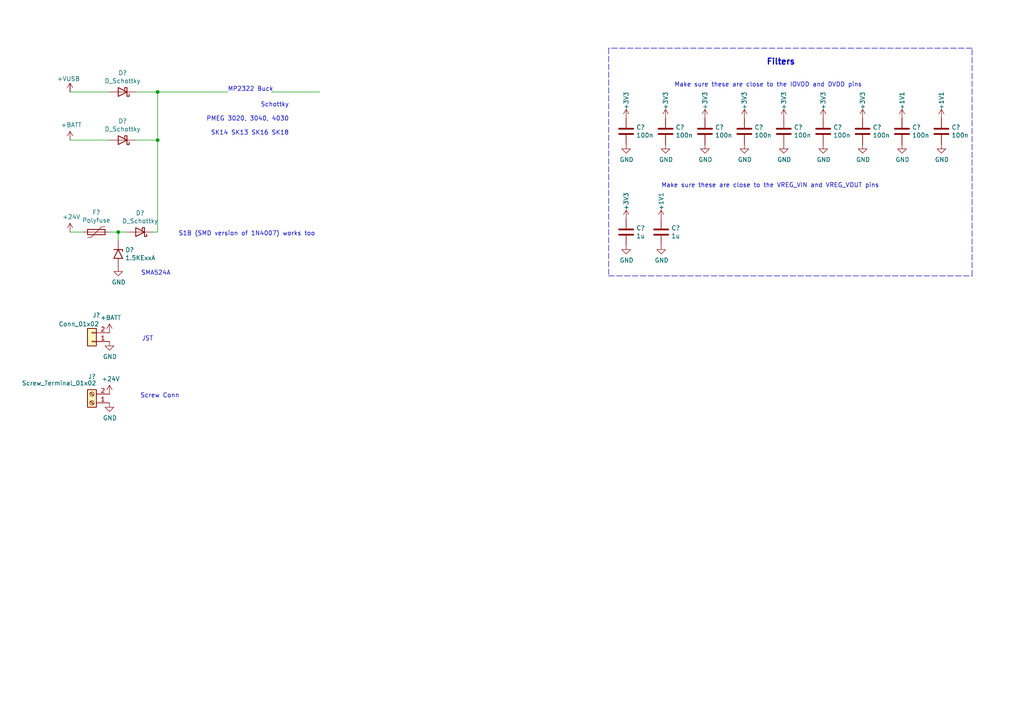
<source format=kicad_sch>
(kicad_sch (version 20211123) (generator eeschema)
  (paper "A4")
  (lib_symbols
    (symbol "AA_PPSE_2021:+VUSB" (power) (pin_numbers hide) (pin_names (offset 0))
      (property "Reference" "V" (at 3.81 1.27 0))
      (property "Value" "+VUSB" (at 0 2.54 0))
      (symbol "+VUSB_1_1"
        (polyline (pts (xy -0.762 0) (xy 0 1.27)))
        (polyline (pts (xy 0 -1.27) (xy 0 1.27)))
        (polyline (pts (xy 0 1.27) (xy 0.762 0)))
        (pin input line (at 0 -1.27 90) (length 2.54) (name "~") (number "~"))
      )
    )
    (symbol "Connector:Screw_Terminal_01x02" (pin_names (offset 1.016) hide)
      (property "Reference" "J" (at 0 2.54 0))
      (property "Value" "Screw_Terminal_01x02" (at 0 -5.08 0))
      (symbol "Screw_Terminal_01x02_1_1"
        (rectangle (start -1.27 1.27) (end 1.27 -3.81) (stroke (width 0.254)) (fill (type background)))
        (circle (center 0 -2.54) (radius 0.635) (stroke (width 0.1524)))
        (polyline (pts (xy -0.5334 -2.2098) (xy 0.3302 -3.048)) (stroke (width 0.1524)))
        (polyline (pts (xy -0.5334 0.3302) (xy 0.3302 -0.508)) (stroke (width 0.1524)))
        (polyline (pts (xy -0.3556 -2.032) (xy 0.508 -2.8702)) (stroke (width 0.1524)))
        (polyline (pts (xy -0.3556 0.508) (xy 0.508 -0.3302)) (stroke (width 0.1524)))
        (circle (center 0 0) (radius 0.635) (stroke (width 0.1524)))
        (pin passive line (at -5.08 0 0) (length 3.81) (name "Pin_1") (number "1"))
        (pin passive line (at -5.08 -2.54 0) (length 3.81) (name "Pin_2") (number "2"))
      )
    )
    (symbol "Connector_Generic:Conn_01x02" (pin_names (offset 1.016) hide)
      (property "Reference" "J" (at 0 2.54 0))
      (property "Value" "Conn_01x02" (at 0 -5.08 0))
      (symbol "Conn_01x02_1_1"
        (rectangle (start -1.27 -2.413) (end 0 -2.667) (stroke (width 0.1524)))
        (rectangle (start -1.27 0.127) (end 0 -0.127) (stroke (width 0.1524)))
        (rectangle (start -1.27 1.27) (end 1.27 -3.81) (stroke (width 0.254)) (fill (type background)))
        (pin passive line (at -5.08 0 0) (length 3.81) (name "Pin_1") (number "1"))
        (pin passive line (at -5.08 -2.54 0) (length 3.81) (name "Pin_2") (number "2"))
      )
    )
    (symbol "Device:C" (pin_numbers hide) (pin_names (offset 0.254))
      (property "Reference" "C" (at 0.635 2.54 0))
      (property "Value" "C" (at 0.635 -2.54 0))
      (symbol "C_0_1"
        (polyline (pts (xy -2.032 -0.762) (xy 2.032 -0.762)) (stroke (width 0.508)))
        (polyline (pts (xy -2.032 0.762) (xy 2.032 0.762)) (stroke (width 0.508)))
      )
      (symbol "C_1_1"
        (pin passive line (at 0 3.81 270) (length 2.794) (name "~") (number "1"))
        (pin passive line (at 0 -3.81 90) (length 2.794) (name "~") (number "2"))
      )
    )
    (symbol "Device:D_Schottky" (pin_numbers hide) (pin_names (offset 1.016) hide)
      (property "Reference" "D" (at 0 2.54 0))
      (property "Value" "D_Schottky" (at 0 -2.54 0))
      (symbol "D_Schottky_0_1"
        (polyline (pts (xy 1.27 0) (xy -1.27 0)))
        (polyline (pts (xy 1.27 1.27) (xy 1.27 -1.27) (xy -1.27 0) (xy 1.27 1.27)) (stroke (width 0.254)))
        (polyline (pts (xy -1.905 0.635) (xy -1.905 1.27) (xy -1.27 1.27) (xy -1.27 -1.27) (xy -0.635 -1.27) (xy -0.635 -0.635)) (stroke (width 0.254)))
      )
      (symbol "D_Schottky_1_1"
        (pin passive line (at -3.81 0 0) (length 2.54) (name "K") (number "1"))
        (pin passive line (at 3.81 0 180) (length 2.54) (name "A") (number "2"))
      )
    )
    (symbol "Device:Polyfuse" (pin_numbers hide) (pin_names (offset 0))
      (property "Reference" "F" (at -2.54 0 90))
      (property "Value" "Polyfuse" (at 2.54 0 90))
      (symbol "Polyfuse_0_1"
        (rectangle (start -0.762 2.54) (end 0.762 -2.54) (stroke (width 0.254)))
        (polyline (pts (xy 0 2.54) (xy 0 -2.54)))
        (polyline (pts (xy -1.524 2.54) (xy -1.524 1.524) (xy 1.524 -1.524) (xy 1.524 -2.54)))
      )
      (symbol "Polyfuse_1_1"
        (pin passive line (at 0 3.81 270) (length 1.27) (name "~") (number "1"))
        (pin passive line (at 0 -3.81 90) (length 1.27) (name "~") (number "2"))
      )
    )
    (symbol "Diode:1.5KExxA" (pin_numbers hide) (pin_names (offset 1.016) hide)
      (property "Reference" "D" (at 0 2.54 0))
      (property "Value" "1.5KExxA" (at 0 -2.54 0))
      (symbol "1.5KExxA_0_1"
        (polyline (pts (xy -0.762 1.27) (xy -1.27 1.27) (xy -1.27 -1.27)) (stroke (width 0.254)))
        (polyline (pts (xy 1.27 1.27) (xy 1.27 -1.27) (xy -1.27 0) (xy 1.27 1.27)) (stroke (width 0.254)))
      )
      (symbol "1.5KExxA_1_1"
        (pin passive line (at -3.81 0 0) (length 2.54) (name "A1") (number "1"))
        (pin passive line (at 3.81 0 180) (length 2.54) (name "A2") (number "2"))
      )
    )
    (symbol "power:+1V1" (power) (pin_names (offset 0))
      (property "Value" "+1V1" (at 0 3.556 0))
      (symbol "+1V1_0_1"
        (polyline (pts (xy -0.762 1.27) (xy 0 2.54)))
        (polyline (pts (xy 0 0) (xy 0 2.54)))
        (polyline (pts (xy 0 2.54) (xy 0.762 1.27)))
      )
      (symbol "+1V1_1_1"
        (pin power_in line (at 0 0 90) (length 0) hide (name "+1V1") (number "1"))
      )
    )
    (symbol "power:+24V" (power) (pin_names (offset 0))
      (property "Value" "+24V" (at 0 3.556 0))
      (symbol "+24V_0_1"
        (polyline (pts (xy -0.762 1.27) (xy 0 2.54)))
        (polyline (pts (xy 0 0) (xy 0 2.54)))
        (polyline (pts (xy 0 2.54) (xy 0.762 1.27)))
      )
      (symbol "+24V_1_1"
        (pin power_in line (at 0 0 90) (length 0) hide (name "+24V") (number "1"))
      )
    )
    (symbol "power:+3V3" (power) (pin_names (offset 0))
      (property "Value" "+3V3" (at 0 3.556 0))
      (symbol "+3V3_0_1"
        (polyline (pts (xy -0.762 1.27) (xy 0 2.54)))
        (polyline (pts (xy 0 0) (xy 0 2.54)))
        (polyline (pts (xy 0 2.54) (xy 0.762 1.27)))
      )
      (symbol "+3V3_1_1"
        (pin power_in line (at 0 0 90) (length 0) hide (name "+3V3") (number "1"))
      )
    )
    (symbol "power:+BATT" (power) (pin_names (offset 0))
      (property "Value" "+BATT" (at 0 3.556 0))
      (symbol "+BATT_0_1"
        (polyline (pts (xy -0.762 1.27) (xy 0 2.54)))
        (polyline (pts (xy 0 0) (xy 0 2.54)))
        (polyline (pts (xy 0 2.54) (xy 0.762 1.27)))
      )
      (symbol "+BATT_1_1"
        (pin power_in line (at 0 0 90) (length 0) hide (name "+BATT") (number "1"))
      )
    )
    (symbol "power:GND" (power) (pin_names (offset 0))
      (property "Value" "GND" (at 0 -3.81 0))
      (symbol "GND_0_1"
        (polyline (pts (xy 0 0) (xy 0 -1.27) (xy 1.27 -1.27) (xy 0 -2.54) (xy -1.27 -1.27) (xy 0 -1.27)))
      )
      (symbol "GND_1_1"
        (pin power_in line (at 0 0 270) (length 0) hide (name "GND") (number "1"))
      )
    )
  )
  (junction (at 45.72 26.67))
  (junction (at 34.29 67.31))
  (junction (at 45.72 40.64))
  (wire (pts (xy 45.72 40.64) (xy 45.72 67.31)))
  (polyline (pts (xy 176.53 13.97) (xy 176.53 80.01)))
  (wire (pts (xy 20.32 26.67) (xy 31.75 26.67)))
  (wire (pts (xy 45.72 26.67) (xy 45.72 40.64)))
  (wire (pts (xy 39.37 26.67) (xy 45.72 26.67)))
  (wire (pts (xy 45.72 26.67) (xy 66.04 26.67)))
  (polyline (pts (xy 176.53 80.01) (xy 281.94 80.01)))
  (wire (pts (xy 78.74 26.67) (xy 92.71 26.67)))
  (wire (pts (xy 24.13 67.31) (xy 20.32 67.31)))
  (polyline (pts (xy 281.94 80.01) (xy 281.94 13.97)))
  (wire (pts (xy 36.83 67.31) (xy 34.29 67.31)))
  (wire (pts (xy 45.72 40.64) (xy 39.37 40.64)))
  (wire (pts (xy 45.72 67.31) (xy 44.45 67.31)))
  (wire (pts (xy 34.29 69.85) (xy 34.29 67.31)))
  (polyline (pts (xy 281.94 13.97) (xy 176.53 13.97)))
  (wire (pts (xy 20.32 40.64) (xy 31.75 40.64)))
  (wire (pts (xy 34.29 67.31) (xy 31.75 67.31)))
  (text "Filters" (at 222.25 19.05 0) (effects (font (size 1.7018 1.7018) (thickness 0.3404) bold) (justify left bottom)))
  (text "S1B (SMD version of 1N4007) works too" (at 91.44 68.58 180) (effects (font (size 1.27 1.27)) (justify right bottom)))
  (text "MP2322 Buck" (at 66.04 26.67 0) (effects (font (size 1.27 1.27)) (justify left bottom)))
  (text "Schottky\n\nPMEG 3020, 3040, 4030\n\nSK14 SK13 SK16 SK18" (at 83.82 39.37 0) (effects (font (size 1.27 1.27)) (justify right bottom)))
  (text "Make sure these are close to the VREG_VIN and VREG_VOUT pins" (at 191.77 54.61 0) (effects (font (size 1.27 1.27)) (justify left bottom)))
  (text "SMA524A" (at 49.53 80.01 180) (effects (font (size 1.27 1.27)) (justify right bottom)))
  (text "Screw Conn" (at 52.07 115.57 180) (effects (font (size 1.27 1.27)) (justify right bottom)))
  (text "JST" (at 44.45 99.06 180) (effects (font (size 1.27 1.27)) (justify right bottom)))
  (text "Make sure these are close to the IOVDD and DVDD pins" (at 195.58 25.4 0) (effects (font (size 1.27 1.27)) (justify left bottom)))
  (symbol (lib_id "Device:C") (at 215.9 38.1 0)
    (property "Reference" "C?" (at 218.821 36.9316 0) (effects (justify left)))
    (property "Value" "100n" (at 218.821 39.243 0) (effects (justify left)))
    (property "Footprint" "Capacitor_SMD:C_0603_1608Metric" (effects hide))
  )
  (symbol (lib_id "power:GND") (at 215.9 41.91 0)
    (property "Reference" "#PWR?" (effects hide))
    (property "Value" "GND" (at 216.027 46.3042 0))
  )
  (symbol (lib_id "power:+3V3") (at 215.9 34.29 0)
    (property "Reference" "#PWR?" (effects hide))
    (property "Value" "+3V3" (at 215.9 29.21 90))
  )
  (symbol (lib_id "Device:C") (at 227.33 38.1 0)
    (property "Reference" "C?" (at 230.251 36.9316 0) (effects (justify left)))
    (property "Value" "100n" (at 230.251 39.243 0) (effects (justify left)))
    (property "Footprint" "Capacitor_SMD:C_0603_1608Metric" (effects hide))
  )
  (symbol (lib_id "power:GND") (at 227.33 41.91 0)
    (property "Reference" "#PWR?" (effects hide))
    (property "Value" "GND" (at 227.457 46.3042 0))
  )
  (symbol (lib_id "power:+3V3") (at 227.33 34.29 0)
    (property "Reference" "#PWR?" (effects hide))
    (property "Value" "+3V3" (at 227.33 29.21 90))
  )
  (symbol (lib_id "Device:C") (at 238.76 38.1 0)
    (property "Reference" "C?" (at 241.681 36.9316 0) (effects (justify left)))
    (property "Value" "100n" (at 241.681 39.243 0) (effects (justify left)))
    (property "Footprint" "Capacitor_SMD:C_0603_1608Metric" (effects hide))
  )
  (symbol (lib_id "power:GND") (at 238.76 41.91 0)
    (property "Reference" "#PWR?" (effects hide))
    (property "Value" "GND" (at 238.887 46.3042 0))
  )
  (symbol (lib_id "power:+3V3") (at 238.76 34.29 0)
    (property "Reference" "#PWR?" (effects hide))
    (property "Value" "+3V3" (at 238.76 29.21 90))
  )
  (symbol (lib_id "Device:C") (at 250.19 38.1 0)
    (property "Reference" "C?" (at 253.111 36.9316 0) (effects (justify left)))
    (property "Value" "100n" (at 253.111 39.243 0) (effects (justify left)))
    (property "Footprint" "Capacitor_SMD:C_0603_1608Metric" (effects hide))
  )
  (symbol (lib_id "power:GND") (at 250.19 41.91 0)
    (property "Reference" "#PWR?" (effects hide))
    (property "Value" "GND" (at 250.317 46.3042 0))
  )
  (symbol (lib_id "power:+3V3") (at 250.19 34.29 0)
    (property "Reference" "#PWR?" (effects hide))
    (property "Value" "+3V3" (at 250.19 29.21 90))
  )
  (symbol (lib_id "Device:C") (at 181.61 67.31 0)
    (property "Reference" "C?" (at 184.531 66.1416 0) (effects (justify left)))
    (property "Value" "1u" (at 184.531 68.453 0) (effects (justify left)))
    (property "Footprint" "Capacitor_SMD:C_0603_1608Metric" (effects hide))
  )
  (symbol (lib_id "power:GND") (at 181.61 71.12 0)
    (property "Reference" "#PWR?" (effects hide))
    (property "Value" "GND" (at 181.737 75.5142 0))
  )
  (symbol (lib_id "power:+3V3") (at 181.61 63.5 0)
    (property "Reference" "#PWR?" (effects hide))
    (property "Value" "+3V3" (at 181.61 58.42 90))
  )
  (symbol (lib_id "Device:C") (at 181.61 38.1 0)
    (property "Reference" "C?" (at 184.531 36.9316 0) (effects (justify left)))
    (property "Value" "100n" (at 184.531 39.243 0) (effects (justify left)))
    (property "Footprint" "Capacitor_SMD:C_0603_1608Metric" (effects hide))
  )
  (symbol (lib_id "power:GND") (at 181.61 41.91 0)
    (property "Reference" "#PWR?" (effects hide))
    (property "Value" "GND" (at 181.737 46.3042 0))
  )
  (symbol (lib_id "power:+3V3") (at 181.61 34.29 0)
    (property "Reference" "#PWR?" (effects hide))
    (property "Value" "+3V3" (at 181.61 29.21 90))
  )
  (symbol (lib_id "Device:C") (at 193.04 38.1 0)
    (property "Reference" "C?" (at 195.961 36.9316 0) (effects (justify left)))
    (property "Value" "100n" (at 195.961 39.243 0) (effects (justify left)))
    (property "Footprint" "Capacitor_SMD:C_0603_1608Metric" (effects hide))
  )
  (symbol (lib_id "power:GND") (at 193.04 41.91 0)
    (property "Reference" "#PWR?" (effects hide))
    (property "Value" "GND" (at 193.167 46.3042 0))
  )
  (symbol (lib_id "power:+3V3") (at 193.04 34.29 0)
    (property "Reference" "#PWR?" (effects hide))
    (property "Value" "+3V3" (at 193.04 29.21 90))
  )
  (symbol (lib_id "Device:C") (at 204.47 38.1 0)
    (property "Reference" "C?" (at 207.391 36.9316 0) (effects (justify left)))
    (property "Value" "100n" (at 207.391 39.243 0) (effects (justify left)))
    (property "Footprint" "Capacitor_SMD:C_0603_1608Metric" (effects hide))
  )
  (symbol (lib_id "power:GND") (at 204.47 41.91 0)
    (property "Reference" "#PWR?" (effects hide))
    (property "Value" "GND" (at 204.597 46.3042 0))
  )
  (symbol (lib_id "power:+3V3") (at 204.47 34.29 0)
    (property "Reference" "#PWR?" (effects hide))
    (property "Value" "+3V3" (at 204.47 29.21 90))
  )
  (symbol (lib_id "Device:C") (at 261.62 38.1 0)
    (property "Reference" "C?" (at 264.541 36.9316 0) (effects (justify left)))
    (property "Value" "100n" (at 264.541 39.243 0) (effects (justify left)))
    (property "Footprint" "Capacitor_SMD:C_0603_1608Metric" (effects hide))
  )
  (symbol (lib_id "power:GND") (at 261.62 41.91 0)
    (property "Reference" "#PWR?" (effects hide))
    (property "Value" "GND" (at 261.747 46.3042 0))
  )
  (symbol (lib_id "Device:C") (at 273.05 38.1 0)
    (property "Reference" "C?" (at 275.971 36.9316 0) (effects (justify left)))
    (property "Value" "100n" (at 275.971 39.243 0) (effects (justify left)))
    (property "Footprint" "Capacitor_SMD:C_0603_1608Metric" (effects hide))
  )
  (symbol (lib_id "power:GND") (at 273.05 41.91 0)
    (property "Reference" "#PWR?" (effects hide))
    (property "Value" "GND" (at 273.177 46.3042 0))
  )
  (symbol (lib_id "Device:C") (at 191.77 67.31 0)
    (property "Reference" "C?" (at 194.691 66.1416 0) (effects (justify left)))
    (property "Value" "1u" (at 194.691 68.453 0) (effects (justify left)))
    (property "Footprint" "Capacitor_SMD:C_0603_1608Metric" (effects hide))
  )
  (symbol (lib_id "power:GND") (at 191.77 71.12 0)
    (property "Reference" "#PWR?" (effects hide))
    (property "Value" "GND" (at 191.897 75.5142 0))
  )
  (symbol (lib_id "power:+1V1") (at 261.62 34.29 0)
    (property "Reference" "#PWR?" (effects hide))
    (property "Value" "+1V1" (at 261.62 29.21 90))
  )
  (symbol (lib_id "power:+1V1") (at 273.05 34.29 0)
    (property "Reference" "#PWR?" (effects hide))
    (property "Value" "+1V1" (at 273.05 29.21 90))
  )
  (symbol (lib_id "power:+1V1") (at 191.77 63.5 0)
    (property "Reference" "#PWR?" (effects hide))
    (property "Value" "+1V1" (at 191.77 58.42 90))
  )
  (symbol (lib_id "power:+BATT") (at 31.75 96.52 0) (unit 1)
    (property "Reference" "#PWR?" (effects hide))
    (property "Value" "+BATT" (at 32.131 92.1258 0))
  )
  (symbol (lib_id "power:+BATT") (at 20.32 40.64 0) (unit 1)
    (property "Reference" "#PWR?" (effects hide))
    (property "Value" "+BATT" (at 20.701 36.2458 0))
  )
  (symbol (lib_id "AA_PPSE_2021:+VUSB") (at 20.32 25.4 0) (unit 1)
    (property "Reference" "V?" (effects hide))
    (property "Value" "+VUSB" (at 16.51 22.86 0) (effects (justify left)))
  )
  (symbol (lib_id "Device:D_Schottky") (at 35.56 26.67 180) (unit 1)
    (property "Reference" "D?" (at 35.56 21.1582 0))
    (property "Value" "D_Schottky" (at 35.56 23.4696 0))
  )
  (symbol (lib_id "Device:D_Schottky") (at 35.56 40.64 180) (unit 1)
    (property "Reference" "D?" (at 35.56 35.1282 0))
    (property "Value" "D_Schottky" (at 35.56 37.4396 0))
  )
  (symbol (lib_id "Device:D_Schottky") (at 40.64 67.31 180) (unit 1)
    (property "Reference" "D?" (at 40.64 61.7982 0))
    (property "Value" "D_Schottky" (at 40.64 64.1096 0))
  )
  (symbol (lib_id "power:+24V") (at 20.32 67.31 0) (unit 1)
    (property "Reference" "#PWR?" (effects hide))
    (property "Value" "+24V" (at 20.701 62.9158 0))
  )
  (symbol (lib_id "Connector_Generic:Conn_01x02") (at 26.67 99.06 180) (unit 1)
    (property "Reference" "J?" (at 27.94 91.44 0))
    (property "Value" "Conn_01x02" (at 22.86 93.98 0))
  )
  (symbol (lib_id "power:GND") (at 31.75 99.06 0) (unit 1)
    (property "Reference" "#PWR?" (effects hide))
    (property "Value" "GND" (at 31.877 103.4542 0))
  )
  (symbol (lib_id "power:GND") (at 31.75 116.84 0) (unit 1)
    (property "Reference" "#PWR?" (effects hide))
    (property "Value" "GND" (at 31.877 121.2342 0))
  )
  (symbol (lib_id "power:+24V") (at 31.75 114.3 0) (unit 1)
    (property "Reference" "#PWR?" (effects hide))
    (property "Value" "+24V" (at 32.131 109.9058 0))
  )
  (symbol (lib_id "Device:Polyfuse") (at 27.94 67.31 270) (unit 1)
    (property "Reference" "F?" (at 27.94 61.595 90))
    (property "Value" "Polyfuse" (at 27.94 63.9064 90))
  )
  (symbol (lib_id "Diode:1.5KExxA") (at 34.29 73.66 270) (unit 1)
    (property "Reference" "D?" (at 36.322 72.4916 90) (effects (justify left)))
    (property "Value" "1.5KExxA" (at 36.322 74.803 90) (effects (justify left)))
    (property "Footprint" "Diode_THT:D_DO-201AE_P15.24mm_Horizontal" (effects hide))
    (property "Datasheet" "https://www.vishay.com/docs/88301/15ke.pdf" (effects hide))
  )
  (symbol (lib_id "power:GND") (at 34.29 77.47 0) (unit 1)
    (property "Reference" "#PWR?" (effects hide))
    (property "Value" "GND" (at 34.417 81.8642 0))
  )
  (symbol (lib_id "Connector:Screw_Terminal_01x02") (at 26.67 116.84 180) (unit 1)
    (property "Reference" "J?" (at 26.67 109.22 0))
    (property "Value" "Screw_Terminal_01x02" (at 17.145 111.125 0))
  )
)
</source>
